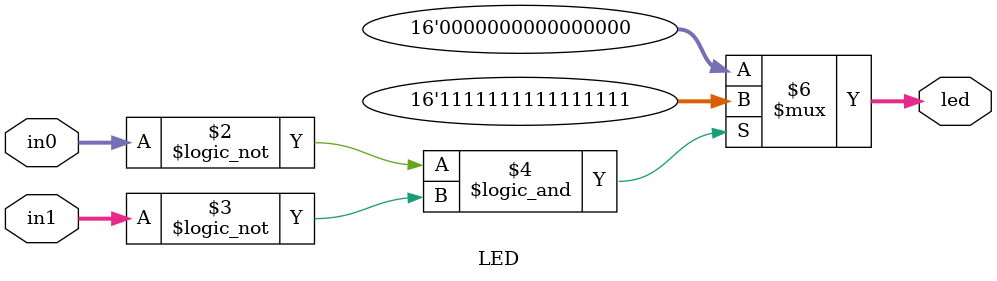
<source format=v>
`timescale 1ns / 1ps


module LED(
    input [3:0]in0,
    input [3:0]in1,
    output reg [15:0]led
    );
    
always@*
    if (in0 == 4'd0 && in1 == 4'd0)
        led = 16'b1111111111111111;
    else
        led = 16'b0;
        
endmodule

</source>
